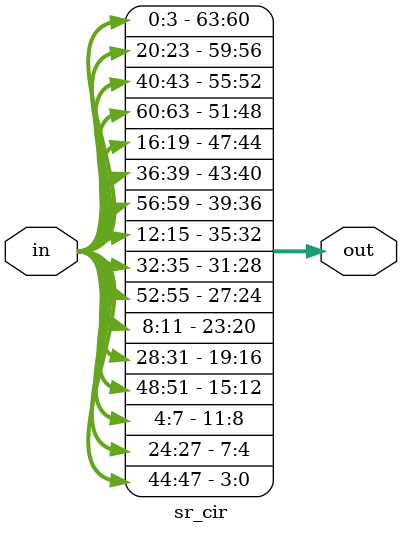
<source format=sv>

module sr_cir(
    in,
    out
);

input wire [0 : 63] in;
output wire [0 : 63] out;

genvar  i;
generate
  for  ( i  =  0 ;  i  <  16 ;  i  =  i + 1 )
    begin  :  mix
       assign  out[((52*i) % 64):((52*i) % 64) + 3] = in[i*4 : i*4 + 3];
    end
endgenerate

endmodule

</source>
